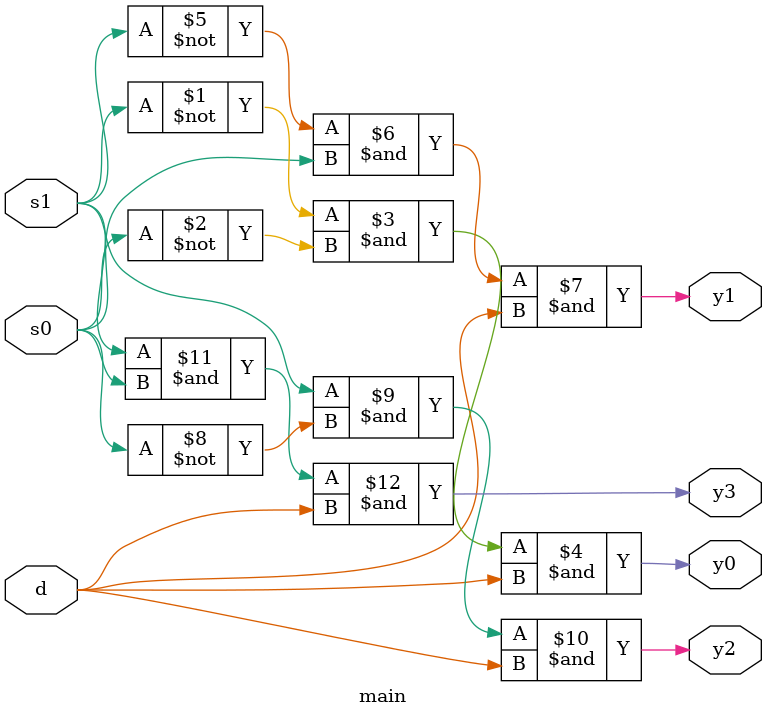
<source format=v>
`timescale 1ns / 1ps


module main(
    output y0,y1,y2,y3,
    input s0,s1,d
    );
    assign y0 = ~s1&~s0&d;
    assign y1 = ~s1&s0&d;
    assign y2 = s1&~s0&d;
    assign y3 = s1&s0&d;
endmodule

</source>
